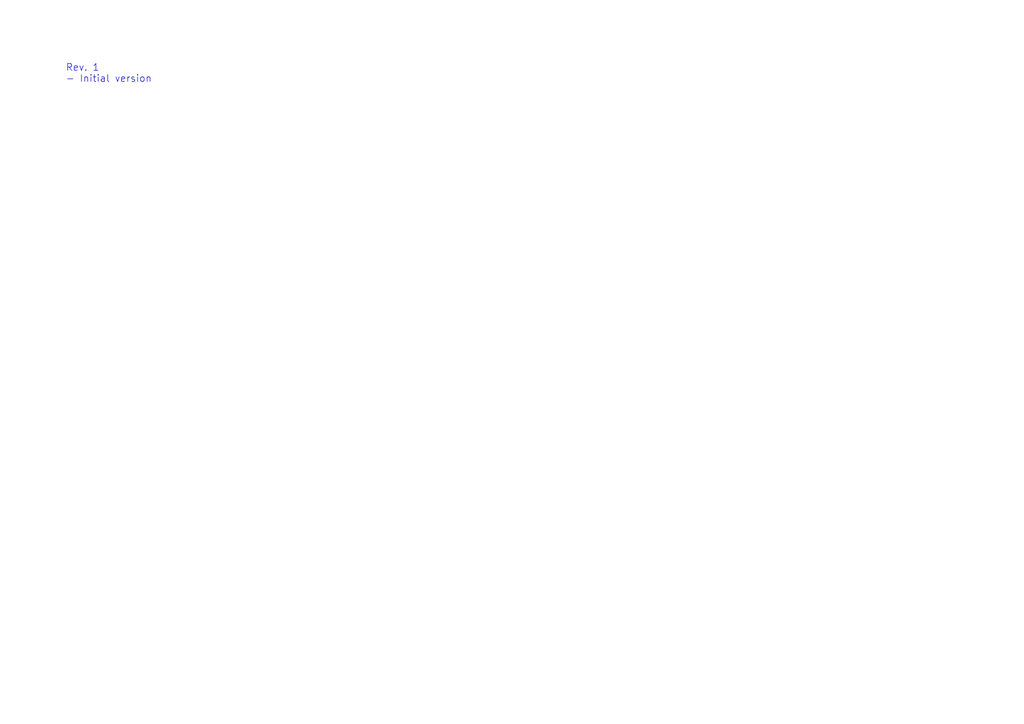
<source format=kicad_sch>
(kicad_sch (version 20211123) (generator eeschema)
  (paper "A4")
  (lib_symbols)
  (text "Rev. 1\n- Initial version" (at 19.05 24.13 0) (effects (font (size 2 2)) (justify left bottom)))
)
</source>
